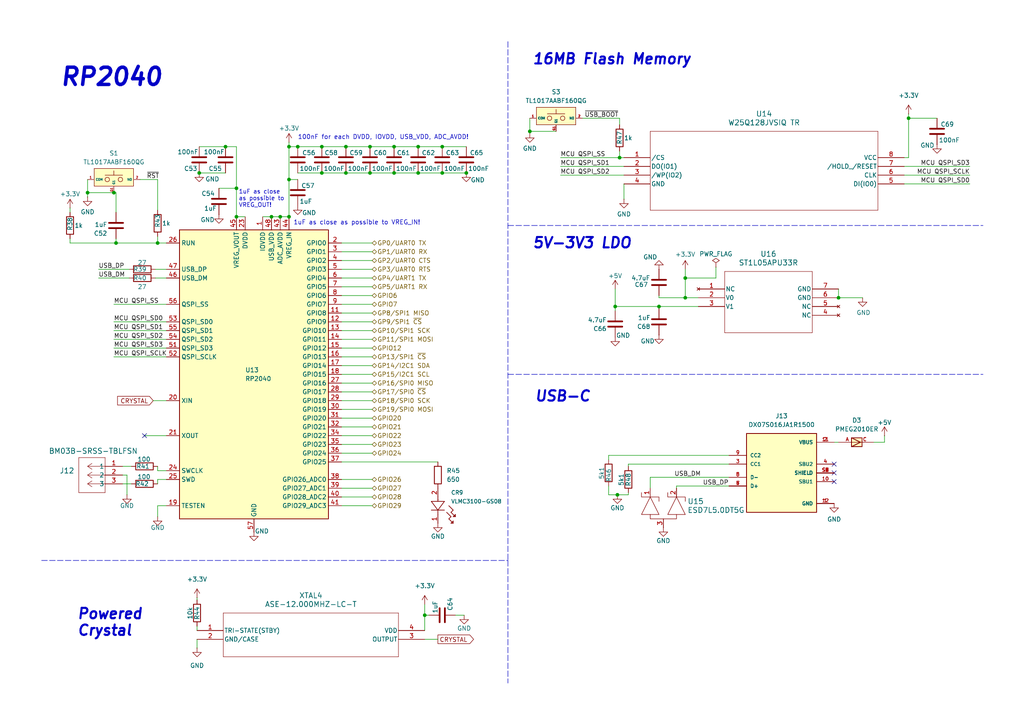
<source format=kicad_sch>
(kicad_sch (version 20231120) (generator "eeschema") (generator_version "8.0")
  (paper "A4")
  (title_block (title "RP2040 Standard") (company "Porto Space Team") (comment 1 "Miguel Amorim"))
  (lib_symbols
    (symbol "16MB_Flash:W25Q128JVSIQ_TR" (pin_names (offset 0.254))
      (property "Reference" "U" (at 40.64 12.7 0))
      (property "Value" "W25Q128JVSIQ TR" (at 40.64 10.16 0))
      (symbol "W25Q128JVSIQ_TR_0_1"
        (pin input line (at 0 0 0) (length 7.62) (name "/CS") (number "1"))
        (pin bidirectional line (at 0 -2.54 0) (length 7.62) (name "DO(IO1)") (number "2"))
        (pin bidirectional line (at 0 -5.08 0) (length 7.62) (name "/WP(IO2)") (number "3"))
        (pin passive line (at 0 -7.62 0) (length 7.62) (name "GND") (number "4"))
        (pin bidirectional line (at 81.28 -7.62 180) (length 7.62) (name "DI(IO0)") (number "5"))
        (pin input line (at 81.28 -5.08 180) (length 7.62) (name "CLK") (number "6"))
        (pin bidirectional line (at 81.28 -2.54 180) (length 7.62) (name "/HOLD_/RESET") (number "7"))
        (pin passive line (at 81.28 0 180) (length 7.62) (name "VCC") (number "8"))
      )
    )
    (symbol "AS12MHz:ASE-12.000MHZ-LC-T" (pin_names (offset 0.254))
      (property "Reference" "XTAL" (at 33.02 10.16 0))
      (property "Value" "ASE-12.000MHZ-LC-T" (at 33.02 7.62 0))
      (symbol "ASE-12.000MHZ-LC-T_0_1"
        (pin passive line (at 0 0 0) (length 7.62) (name "TRI-STATE(STBY)") (number "1"))
        (pin passive line (at 0 -2.54 0) (length 7.62) (name "GND/CASE") (number "2"))
        (pin output line (at 66.04 -2.54 180) (length 7.62) (name "OUTPUT") (number "3"))
        (pin power_in line (at 66.04 0 180) (length 7.62) (name "VDD") (number "4"))
      )
    )
    (symbol "DX07S016JA1R1500:DX07S016JA1R1500" (pin_names (offset 1.016))
      (property "Reference" "J" (at -10.16 11.43 0))
      (property "Value" "DX07S016JA1R1500" (at -10.16 -13.97 0))
      (symbol "DX07S016JA1R1500_0_0"
        (pin power_in line (at 15.24 -10.16 180) (length 5.08) (name "GND") (number "1"))
        (pin passive line (at 15.24 -3.81 180) (length 5.08) (name "SBU1") (number "10"))
        (pin passive line (at 15.24 7.62 180) (length 5.08) (name "VBUS") (number "11"))
        (pin power_in line (at 15.24 -10.16 180) (length 5.08) (name "GND") (number "12"))
        (pin passive line (at 15.24 7.62 180) (length 5.08) (name "VBUS") (number "2"))
        (pin passive line (at -15.24 1.27 0) (length 5.08) (name "CC1") (number "3"))
        (pin passive line (at 15.24 1.27 180) (length 5.08) (name "SBU2") (number "4"))
        (pin passive line (at -15.24 -2.54 0) (length 5.08) (name "D-") (number "5"))
        (pin passive line (at -15.24 -5.08 0) (length 5.08) (name "D+") (number "6"))
        (pin passive line (at -15.24 -5.08 0) (length 5.08) (name "D+") (number "7"))
        (pin passive line (at -15.24 -2.54 0) (length 5.08) (name "D-") (number "8"))
        (pin passive line (at -15.24 3.81 0) (length 5.08) (name "CC2") (number "9"))
        (pin passive line (at 15.24 -1.27 180) (length 5.08) (name "SHIELD") (number "S1"))
        (pin passive line (at 15.24 -1.27 180) (length 5.08) (name "SHIELD") (number "S2"))
        (pin passive line (at 15.24 -1.27 180) (length 5.08) (name "SHIELD") (number "S3"))
        (pin passive line (at 15.24 -1.27 180) (length 5.08) (name "SHIELD") (number "S4"))
        (pin passive line (at 15.24 -1.27 180) (length 5.08) (name "SHIELD") (number "S5"))
        (pin passive line (at 15.24 -1.27 180) (length 5.08) (name "SHIELD") (number "S6"))
      )
    )
    (symbol "Device:C" (pin_numbers hide) (pin_names (offset 0.254))
      (property "Reference" "C" (at 0.635 2.54 0))
      (property "Value" "C" (at 0.635 -2.54 0))
      (symbol "C_1_1"
        (pin passive line (at 0 3.81 270) (length 2.794) (name "~") (number "1"))
        (pin passive line (at 0 -3.81 90) (length 2.794) (name "~") (number "2"))
      )
    )
    (symbol "Device:R" (pin_numbers hide) (pin_names (offset 0))
      (property "Reference" "R" (at 2.032 0 90))
      (property "Value" "R" (at 0 0 90))
      (symbol "R_1_1"
        (pin passive line (at 0 3.81 270) (length 1.27) (name "~") (number "1"))
        (pin passive line (at 0 -3.81 90) (length 1.27) (name "~") (number "2"))
      )
    )
    (symbol "ESD7L5_Diode:ESD7L5.0DT5G" (pin_names (offset 0.254))
      (property "Reference" "U" (at 6.35 15.24 0))
      (property "Value" "ESD7L5.0DT5G" (at 6.35 12.7 0))
      (symbol "ESD7L5.0DT5G_1_1"
        (pin passive line (at 2.54 11.43 270) (length 2.54) (name "") (number "1"))
        (pin passive line (at 10.16 11.43 270) (length 2.54) (name "") (number "2"))
        (pin passive line (at 6.35 0 90) (length 2.54) (name "") (number "3"))
      )
    )
    (symbol "GreenLED__VLMC3100-GS08:VLMC3100-GS08" (pin_names (offset 0.254))
      (property "Reference" "CR" (at 5.08 -4.445 0))
      (property "Value" "VLMC3100-GS08" (at 5.08 -7.62 0))
      (symbol "VLMC3100-GS08_1_1"
        (pin passive line (at 10.16 0 180) (length 2.54) (name "") (number "1"))
        (pin passive line (at 0 0 0) (length 2.54) (name "") (number "2"))
      )
      (symbol "VLMC3100-GS08_1_2"
        (pin passive line (at 0 10.16 270) (length 2.54) (name "") (number "1"))
        (pin passive line (at 0 0 90) (length 2.54) (name "") (number "2"))
      )
    )
    (symbol "LDO_ST1L05A:ST1L05APU33R" (pin_names (offset 0.254))
      (property "Reference" "U" (at 20.32 10.16 0))
      (property "Value" "ST1L05APU33R" (at 20.32 7.62 0))
      (symbol "ST1L05APU33R_0_1"
        (pin no_connect line (at 0 0 0) (length 7.62) (name "NC") (number "1"))
        (pin passive line (at 0 -2.54 0) (length 7.62) (name "V0") (number "2"))
        (pin passive line (at 0 -5.08 0) (length 7.62) (name "V1") (number "3"))
        (pin no_connect line (at 40.64 -7.62 180) (length 7.62) (name "NC") (number "4"))
        (pin no_connect line (at 40.64 -5.08 180) (length 7.62) (name "NC") (number "5"))
        (pin passive line (at 40.64 -2.54 180) (length 7.62) (name "GND") (number "6"))
        (pin passive line (at 40.64 0 180) (length 7.62) (name "GND") (number "7"))
      )
    )
    (symbol "MCU_RaspberryPi:RP2040"
      (property "Reference" "U" (at 17.78 45.72 0))
      (property "Value" "RP2040" (at 17.78 43.18 0))
      (symbol "RP2040_1_1"
        (pin power_in line (at 2.54 45.72 270) (length 3.81) (name "IOVDD") (number "1"))
        (pin passive line (at 2.54 45.72 270) (length 3.81) hide (name "IOVDD") (number "10"))
        (pin bidirectional line (at 25.4 17.78 180) (length 3.81) (name "GPIO8") (number "11"))
        (pin bidirectional line (at 25.4 15.24 180) (length 3.81) (name "GPIO9") (number "12"))
        (pin bidirectional line (at 25.4 12.7 180) (length 3.81) (name "GPIO10") (number "13"))
        (pin bidirectional line (at 25.4 10.16 180) (length 3.81) (name "GPIO11") (number "14"))
        (pin bidirectional line (at 25.4 7.62 180) (length 3.81) (name "GPIO12") (number "15"))
        (pin bidirectional line (at 25.4 5.08 180) (length 3.81) (name "GPIO13") (number "16"))
        (pin bidirectional line (at 25.4 2.54 180) (length 3.81) (name "GPIO14") (number "17"))
        (pin bidirectional line (at 25.4 0 180) (length 3.81) (name "GPIO15") (number "18"))
        (pin input line (at -25.4 -38.1 0) (length 3.81) (name "TESTEN") (number "19"))
        (pin bidirectional line (at 25.4 38.1 180) (length 3.81) (name "GPIO0") (number "2"))
        (pin input line (at -25.4 -7.62 0) (length 3.81) (name "XIN") (number "20"))
        (pin passive line (at -25.4 -17.78 0) (length 3.81) (name "XOUT") (number "21"))
        (pin passive line (at 2.54 45.72 270) (length 3.81) hide (name "IOVDD") (number "22"))
        (pin power_in line (at -2.54 45.72 270) (length 3.81) (name "DVDD") (number "23"))
        (pin input line (at -25.4 -27.94 0) (length 3.81) (name "SWCLK") (number "24"))
        (pin bidirectional line (at -25.4 -30.48 0) (length 3.81) (name "SWD") (number "25"))
        (pin input line (at -25.4 38.1 0) (length 3.81) (name "RUN") (number "26"))
        (pin bidirectional line (at 25.4 -2.54 180) (length 3.81) (name "GPIO16") (number "27"))
        (pin bidirectional line (at 25.4 -5.08 180) (length 3.81) (name "GPIO17") (number "28"))
        (pin bidirectional line (at 25.4 -7.62 180) (length 3.81) (name "GPIO18") (number "29"))
        (pin bidirectional line (at 25.4 35.56 180) (length 3.81) (name "GPIO1") (number "3"))
        (pin bidirectional line (at 25.4 -10.16 180) (length 3.81) (name "GPIO19") (number "30"))
        (pin bidirectional line (at 25.4 -12.7 180) (length 3.81) (name "GPIO20") (number "31"))
        (pin bidirectional line (at 25.4 -15.24 180) (length 3.81) (name "GPIO21") (number "32"))
        (pin passive line (at 2.54 45.72 270) (length 3.81) hide (name "IOVDD") (number "33"))
        (pin bidirectional line (at 25.4 -17.78 180) (length 3.81) (name "GPIO22") (number "34"))
        (pin bidirectional line (at 25.4 -20.32 180) (length 3.81) (name "GPIO23") (number "35"))
        (pin bidirectional line (at 25.4 -22.86 180) (length 3.81) (name "GPIO24") (number "36"))
        (pin bidirectional line (at 25.4 -25.4 180) (length 3.81) (name "GPIO25") (number "37"))
        (pin bidirectional line (at 25.4 -30.48 180) (length 3.81) (name "GPIO26_ADC0") (number "38"))
        (pin bidirectional line (at 25.4 -33.02 180) (length 3.81) (name "GPIO27_ADC1") (number "39"))
        (pin bidirectional line (at 25.4 33.02 180) (length 3.81) (name "GPIO2") (number "4"))
        (pin bidirectional line (at 25.4 -35.56 180) (length 3.81) (name "GPIO28_ADC2") (number "40"))
        (pin bidirectional line (at 25.4 -38.1 180) (length 3.81) (name "GPIO29_ADC3") (number "41"))
        (pin passive line (at 2.54 45.72 270) (length 3.81) hide (name "IOVDD") (number "42"))
        (pin power_in line (at 7.62 45.72 270) (length 3.81) (name "ADC_AVDD") (number "43"))
        (pin power_in line (at 10.16 45.72 270) (length 3.81) (name "VREG_IN") (number "44"))
        (pin power_out line (at -5.08 45.72 270) (length 3.81) (name "VREG_VOUT") (number "45"))
        (pin bidirectional line (at -25.4 27.94 0) (length 3.81) (name "USB_DM") (number "46"))
        (pin bidirectional line (at -25.4 30.48 0) (length 3.81) (name "USB_DP") (number "47"))
        (pin power_in line (at 5.08 45.72 270) (length 3.81) (name "USB_VDD") (number "48"))
        (pin passive line (at 2.54 45.72 270) (length 3.81) hide (name "IOVDD") (number "49"))
        (pin bidirectional line (at 25.4 30.48 180) (length 3.81) (name "GPIO3") (number "5"))
        (pin passive line (at -2.54 45.72 270) (length 3.81) hide (name "DVDD") (number "50"))
        (pin bidirectional line (at -25.4 7.62 0) (length 3.81) (name "QSPI_SD3") (number "51"))
        (pin output line (at -25.4 5.08 0) (length 3.81) (name "QSPI_SCLK") (number "52"))
        (pin bidirectional line (at -25.4 15.24 0) (length 3.81) (name "QSPI_SD0") (number "53"))
        (pin bidirectional line (at -25.4 10.16 0) (length 3.81) (name "QSPI_SD2") (number "54"))
        (pin bidirectional line (at -25.4 12.7 0) (length 3.81) (name "QSPI_SD1") (number "55"))
        (pin bidirectional line (at -25.4 20.32 0) (length 3.81) (name "QSPI_SS") (number "56"))
        (pin power_in line (at 0 -45.72 90) (length 3.81) (name "GND") (number "57"))
        (pin bidirectional line (at 25.4 27.94 180) (length 3.81) (name "GPIO4") (number "6"))
        (pin bidirectional line (at 25.4 25.4 180) (length 3.81) (name "GPIO5") (number "7"))
        (pin bidirectional line (at 25.4 22.86 180) (length 3.81) (name "GPIO6") (number "8"))
        (pin bidirectional line (at 25.4 20.32 180) (length 3.81) (name "GPIO7") (number "9"))
      )
    )
    (symbol "PMEG2010ER:PMEG2010ER" (pin_names (offset 1.016))
      (property "Reference" "D" (at -3.8116 1.7534 0))
      (property "Value" "PMEG2010ER" (at -3.816 -3.5871 0))
      (symbol "PMEG2010ER_0_0"
        (pin passive line (at -5.08 0 0) (length 5.08) (name "~") (number "A"))
        (pin passive line (at 5.08 0 180) (length 5.08) (name "~") (number "C"))
      )
    )
    (symbol "SWD_Con:BM03B-SRSS-TBLFSN" (pin_names (offset 0.254))
      (property "Reference" "J" (at 8.89 6.35 0))
      (property "Value" "BM03B-SRSS-TBLFSN" (at 0 0 0))
      (symbol "BM03B-SRSS-TBLFSN_1_1"
        (pin passive line (at 0 0 0) (length 5.08) (name "1") (number "1"))
        (pin passive line (at 0 -2.54 0) (length 5.08) (name "2") (number "2"))
        (pin passive line (at 0 -5.08 0) (length 5.08) (name "3") (number "3"))
      )
      (symbol "BM03B-SRSS-TBLFSN_1_2"
        (pin passive line (at 0 0 0) (length 5.08) (name "1") (number "1"))
        (pin passive line (at 0 -2.54 0) (length 5.08) (name "2") (number "2"))
        (pin passive line (at 0 -5.08 0) (length 5.08) (name "3") (number "3"))
      )
    )
    (symbol "TL1017AABF160QG:TL1017AABF160QG"
      (property "Reference" "S" (at 0.762 14.732 0))
      (property "Value" "TL1017AABF160QG" (at 0.762 12.192 0))
      (symbol "TL1017AABF160QG_1_1"
        (pin passive line (at 1.27 3.81 0) (length 1.778) (name "COM") (number "1"))
        (pin passive line (at 16.51 3.81 180) (length 1.778) (name "NO") (number "2"))
        (pin passive line (at 8.89 0 90) (length 1.778) (name "G1") (number "G1"))
      )
    )
    (symbol "power:+3.3V" (power) (pin_numbers hide) (pin_names (offset 0) hide)
      (property "Value" "+3.3V" (at 0 3.556 0))
      (symbol "+3.3V_1_1"
        (pin power_in line (at 0 0 90) (length 0) (name "~") (number "1"))
      )
    )
    (symbol "power:+5V" (power) (pin_numbers hide) (pin_names (offset 0) hide)
      (property "Value" "+5V" (at 0 3.556 0))
      (symbol "+5V_1_1"
        (pin power_in line (at 0 0 90) (length 0) (name "~") (number "1"))
      )
    )
    (symbol "power:GND" (power) (pin_numbers hide) (pin_names (offset 0) hide)
      (property "Value" "GND" (at 0 -3.81 0))
      (symbol "GND_1_1"
        (pin power_in line (at 0 0 270) (length 0) (name "~") (number "1"))
      )
    )
    (symbol "power:PWR_FLAG" (power) (pin_numbers hide) (pin_names (offset 0) hide)
      (property "Value" "PWR_FLAG" (at 0 3.81 0))
      (symbol "PWR_FLAG_0_0"
        (pin power_out line (at 0 0 90) (length 0) (name "~") (number "1"))
      )
    )
  )
  (junction (at 243.205 86.36))
  (junction (at 83.82 62.865))
  (junction (at 128.27 50.165))
  (junction (at 83.82 42.545))
  (junction (at 25.4 55.88))
  (junction (at 198.755 86.36))
  (junction (at 114.3 50.165))
  (junction (at 93.345 50.165))
  (junction (at 153.67 38.1))
  (junction (at 68.58 62.865))
  (junction (at 191.135 88.9))
  (junction (at 107.315 50.165))
  (junction (at 83.82 52.07))
  (junction (at 65.405 42.545))
  (junction (at 107.315 42.545))
  (junction (at 198.755 80.645))
  (junction (at 179.705 45.72))
  (junction (at 100.33 42.545))
  (junction (at 121.285 50.165))
  (junction (at 123.19 178.435))
  (junction (at 114.3 42.545))
  (junction (at 86.36 42.545))
  (junction (at 121.285 42.545))
  (junction (at 81.28 62.865))
  (junction (at 135.255 50.165))
  (junction (at 179.07 143.51))
  (junction (at 93.345 42.545))
  (junction (at 33.655 70.485))
  (junction (at 68.58 54.61))
  (junction (at 100.33 50.165))
  (junction (at 128.27 42.545))
  (junction (at 45.72 70.485))
  (junction (at 78.74 62.865))
  (junction (at 178.435 88.9))
  (junction (at 57.785 50.165))
  (junction (at 263.525 34.29))
  (junction (at 33.02 55.88))
  (no_connect (at 241.935 137.16))
  (no_connect (at 41.91 126.365))
  (no_connect (at 241.935 134.62))
  (no_connect (at 241.935 139.7))
  (polyline (pts (xy 12.065 162.56) (xy 147.32 162.56)) (stroke (width 0) (type dash)))
  (wire (pts (xy 263.525 34.29) (xy 271.78 34.29)))
  (wire (pts (xy 57.15 173.355) (xy 57.15 173.99)))
  (wire (pts (xy 45.72 146.685) (xy 48.26 146.685)))
  (wire (pts (xy 99.06 113.665) (xy 107.95 113.665)))
  (wire (pts (xy 93.345 50.165) (xy 100.33 50.165)))
  (wire (pts (xy 99.06 93.345) (xy 107.95 93.345)))
  (wire (pts (xy 99.06 73.025) (xy 107.95 73.025)))
  (wire (pts (xy 99.06 108.585) (xy 107.95 108.585)))
  (wire (pts (xy 198.755 78.105) (xy 198.755 80.645)))
  (wire (pts (xy 107.315 42.545) (xy 100.33 42.545)))
  (wire (pts (xy 114.3 42.545) (xy 107.315 42.545)))
  (wire (pts (xy 99.06 139.065) (xy 107.95 139.065)))
  (wire (pts (xy 99.06 128.905) (xy 107.95 128.905)))
  (wire (pts (xy 99.06 70.485) (xy 107.95 70.485)))
  (wire (pts (xy 33.655 70.485) (xy 33.655 69.215)))
  (wire (pts (xy 45.72 136.525) (xy 45.72 135.255)))
  (wire (pts (xy 241.935 128.27) (xy 243.205 128.27)))
  (wire (pts (xy 243.205 86.36) (xy 250.19 86.36)))
  (wire (pts (xy 45.72 68.58) (xy 45.72 70.485)))
  (wire (pts (xy 86.36 42.545) (xy 83.82 42.545)))
  (wire (pts (xy 153.67 34.29) (xy 153.67 38.1)))
  (wire (pts (xy 76.2 62.865) (xy 78.74 62.865)))
  (wire (pts (xy 99.06 85.725) (xy 107.95 85.725)))
  (wire (pts (xy 44.45 116.205) (xy 48.26 116.205)))
  (wire (pts (xy 179.705 45.72) (xy 180.975 45.72)))
  (wire (pts (xy 121.285 42.545) (xy 114.3 42.545)))
  (wire (pts (xy 41.91 126.365) (xy 48.26 126.365)))
  (wire (pts (xy 256.54 128.27) (xy 253.365 128.27)))
  (polyline (pts (xy 147.32 108.585) (xy 285.115 108.585)) (stroke (width 0) (type dash)))
  (wire (pts (xy 99.06 78.105) (xy 107.95 78.105)))
  (wire (pts (xy 132.08 178.435) (xy 134.62 178.435)))
  (wire (pts (xy 262.255 48.26) (xy 281.305 48.26)))
  (wire (pts (xy 99.06 121.285) (xy 107.95 121.285)))
  (wire (pts (xy 99.06 111.125) (xy 107.95 111.125)))
  (wire (pts (xy 99.06 146.685) (xy 107.95 146.685)))
  (wire (pts (xy 196.215 140.97) (xy 211.455 140.97)))
  (wire (pts (xy 63.5 54.61) (xy 68.58 54.61)))
  (wire (pts (xy 178.435 83.82) (xy 178.435 88.9)))
  (wire (pts (xy 83.82 52.07) (xy 83.82 62.865)))
  (wire (pts (xy 176.53 132.08) (xy 211.455 132.08)))
  (wire (pts (xy 198.755 80.645) (xy 198.755 86.36)))
  (wire (pts (xy 45.085 80.645) (xy 48.26 80.645)))
  (wire (pts (xy 83.82 52.07) (xy 86.36 52.07)))
  (wire (pts (xy 168.91 34.29) (xy 179.705 34.29)))
  (wire (pts (xy 78.74 62.865) (xy 81.28 62.865)))
  (wire (pts (xy 99.06 80.645) (xy 107.95 80.645)))
  (wire (pts (xy 188.595 138.43) (xy 188.595 141.605)))
  (wire (pts (xy 20.32 70.485) (xy 20.32 69.215)))
  (wire (pts (xy 176.53 143.51) (xy 176.53 140.97)))
  (polyline (pts (xy 147.32 65.405) (xy 285.115 65.405)) (stroke (width 0) (type dash)))
  (wire (pts (xy 33.655 55.88) (xy 33.655 61.595)))
  (wire (pts (xy 211.455 134.62) (xy 182.245 134.62)))
  (wire (pts (xy 262.255 45.72) (xy 263.525 45.72)))
  (wire (pts (xy 28.575 80.645) (xy 37.465 80.645)))
  (wire (pts (xy 128.27 42.545) (xy 121.285 42.545)))
  (wire (pts (xy 93.345 42.545) (xy 86.36 42.545)))
  (wire (pts (xy 33.02 93.345) (xy 48.26 93.345)))
  (wire (pts (xy 83.82 42.545) (xy 83.82 52.07)))
  (wire (pts (xy 191.135 85.725) (xy 191.135 86.36)))
  (wire (pts (xy 35.56 137.795) (xy 36.83 137.795)))
  (wire (pts (xy 198.755 86.36) (xy 202.565 86.36)))
  (wire (pts (xy 68.58 54.61) (xy 68.58 42.545)))
  (wire (pts (xy 179.705 34.29) (xy 179.705 36.195)))
  (wire (pts (xy 25.4 55.88) (xy 25.4 57.15)))
  (wire (pts (xy 182.245 143.51) (xy 179.07 143.51)))
  (wire (pts (xy 114.3 50.165) (xy 121.285 50.165)))
  (wire (pts (xy 33.02 98.425) (xy 48.26 98.425)))
  (wire (pts (xy 153.67 38.1) (xy 153.67 38.735)))
  (wire (pts (xy 99.06 116.205) (xy 107.95 116.205)))
  (wire (pts (xy 128.27 42.545) (xy 135.255 42.545)))
  (wire (pts (xy 33.02 103.505) (xy 48.26 103.505)))
  (wire (pts (xy 33.02 88.265) (xy 48.26 88.265)))
  (wire (pts (xy 180.975 50.8) (xy 162.56 50.8)))
  (wire (pts (xy 99.06 118.745) (xy 107.95 118.745)))
  (wire (pts (xy 123.19 178.435) (xy 124.46 178.435)))
  (wire (pts (xy 45.72 70.485) (xy 48.26 70.485)))
  (wire (pts (xy 182.245 134.62) (xy 182.245 135.255)))
  (wire (pts (xy 179.07 143.51) (xy 176.53 143.51)))
  (wire (pts (xy 57.15 181.61) (xy 57.15 182.88)))
  (wire (pts (xy 99.06 123.825) (xy 107.95 123.825)))
  (wire (pts (xy 191.135 88.9) (xy 202.565 88.9)))
  (wire (pts (xy 188.595 138.43) (xy 211.455 138.43)))
  (wire (pts (xy 121.285 50.165) (xy 128.27 50.165)))
  (wire (pts (xy 57.15 185.42) (xy 57.15 187.96)))
  (wire (pts (xy 35.56 135.255) (xy 38.1 135.255)))
  (wire (pts (xy 198.755 80.645) (xy 207.645 80.645)))
  (wire (pts (xy 99.06 90.805) (xy 107.95 90.805)))
  (wire (pts (xy 99.06 133.985) (xy 127 133.985)))
  (wire (pts (xy 196.215 140.97) (xy 196.215 141.605)))
  (wire (pts (xy 45.72 149.86) (xy 45.72 146.685)))
  (polyline (pts (xy 147.32 12.065) (xy 147.32 162.56)) (stroke (width 0) (type dash)))
  (wire (pts (xy 191.135 86.36) (xy 198.755 86.36)))
  (wire (pts (xy 33.655 70.485) (xy 20.32 70.485)))
  (wire (pts (xy 178.435 88.9) (xy 178.435 90.17)))
  (wire (pts (xy 99.06 106.045) (xy 107.95 106.045)))
  (wire (pts (xy 83.82 41.275) (xy 83.82 42.545)))
  (wire (pts (xy 25.4 52.07) (xy 25.4 55.88)))
  (wire (pts (xy 28.575 78.105) (xy 37.465 78.105)))
  (wire (pts (xy 182.245 143.51) (xy 182.245 142.875)))
  (wire (pts (xy 180.975 48.26) (xy 162.56 48.26)))
  (wire (pts (xy 86.36 50.165) (xy 93.345 50.165)))
  (wire (pts (xy 99.06 141.605) (xy 107.95 141.605)))
  (wire (pts (xy 179.705 43.815) (xy 179.705 45.72)))
  (wire (pts (xy 99.06 83.185) (xy 107.95 83.185)))
  (wire (pts (xy 100.33 42.545) (xy 93.345 42.545)))
  (wire (pts (xy 262.255 53.34) (xy 281.305 53.34)))
  (wire (pts (xy 45.72 140.335) (xy 45.72 139.065)))
  (wire (pts (xy 176.53 133.35) (xy 176.53 132.08)))
  (wire (pts (xy 33.02 95.885) (xy 48.26 95.885)))
  (wire (pts (xy 33.655 70.485) (xy 45.72 70.485)))
  (wire (pts (xy 68.58 54.61) (xy 68.58 62.865)))
  (wire (pts (xy 178.435 88.9) (xy 191.135 88.9)))
  (wire (pts (xy 45.085 78.105) (xy 48.26 78.105)))
  (wire (pts (xy 207.645 80.645) (xy 207.645 77.47)))
  (wire (pts (xy 45.72 139.065) (xy 48.26 139.065)))
  (wire (pts (xy 263.525 34.29) (xy 263.525 33.02)))
  (wire (pts (xy 99.06 103.505) (xy 107.95 103.505)))
  (wire (pts (xy 123.19 185.42) (xy 127 185.42)))
  (wire (pts (xy 99.06 100.965) (xy 107.95 100.965)))
  (wire (pts (xy 68.58 62.865) (xy 71.12 62.865)))
  (wire (pts (xy 262.255 50.8) (xy 281.305 50.8)))
  (wire (pts (xy 128.27 50.165) (xy 135.255 50.165)))
  (wire (pts (xy 99.06 126.365) (xy 107.95 126.365)))
  (polyline (pts (xy 147.32 162.56) (xy 147.32 198.12)) (stroke (width 0) (type dash)))
  (wire (pts (xy 99.06 88.265) (xy 107.95 88.265)))
  (wire (pts (xy 81.28 62.865) (xy 83.82 62.865)))
  (wire (pts (xy 107.315 50.165) (xy 114.3 50.165)))
  (wire (pts (xy 191.135 89.535) (xy 191.135 88.9)))
  (wire (pts (xy 123.19 175.26) (xy 123.19 178.435)))
  (wire (pts (xy 243.205 83.82) (xy 243.205 86.36)))
  (wire (pts (xy 57.785 42.545) (xy 65.405 42.545)))
  (wire (pts (xy 99.06 98.425) (xy 107.95 98.425)))
  (wire (pts (xy 68.58 42.545) (xy 65.405 42.545)))
  (wire (pts (xy 35.56 140.335) (xy 38.1 140.335)))
  (wire (pts (xy 99.06 131.445) (xy 107.95 131.445)))
  (wire (pts (xy 33.02 100.965) (xy 48.26 100.965)))
  (wire (pts (xy 20.32 60.325) (xy 20.32 61.595)))
  (wire (pts (xy 40.64 52.07) (xy 45.72 52.07)))
  (wire (pts (xy 99.06 75.565) (xy 107.95 75.565)))
  (wire (pts (xy 180.975 53.34) (xy 180.975 57.785)))
  (wire (pts (xy 33.655 55.88) (xy 33.02 55.88)))
  (wire (pts (xy 153.67 38.1) (xy 161.29 38.1)))
  (wire (pts (xy 36.83 137.795) (xy 36.83 143.51)))
  (wire (pts (xy 99.06 95.885) (xy 107.95 95.885)))
  (wire (pts (xy 162.56 45.72) (xy 179.705 45.72)))
  (wire (pts (xy 100.33 50.165) (xy 107.315 50.165)))
  (wire (pts (xy 123.19 178.435) (xy 123.19 182.88)))
  (wire (pts (xy 45.72 52.07) (xy 45.72 60.96)))
  (wire (pts (xy 99.06 144.145) (xy 107.95 144.145)))
  (wire (pts (xy 45.72 136.525) (xy 48.26 136.525)))
  (wire (pts (xy 263.525 45.72) (xy 263.525 34.29)))
  (wire (pts (xy 57.785 50.165) (xy 65.405 50.165)))
  (wire (pts (xy 33.02 55.88) (xy 25.4 55.88)))
  (wire (pts (xy 256.54 126.365) (xy 256.54 128.27)))
  (text "Powered\nCrystal" (at 22.225 184.785 0) (effects (font (size 3 3) (bold yes) (italic yes)) (justify left bottom)))
  (text "USB-C" (at 154.94 116.84 0) (effects (font (size 3 3) (bold yes) (italic yes)) (justify left bottom)))
  (text "16MB Flash Memory" (at 154.305 19.05 0) (effects (font (size 3 3) (bold yes) (italic yes)) (justify left bottom)))
  (text "1uF as close \nas possible to \nVREG_OUT!" (at 69.215 60.325 0) (effects (font (size 1.2 1.2)) (justify left bottom)))
  (text "1uF as close as possible to VREG_IN!" (at 85.09 65.405 0) (effects (font (size 1.27 1.27)) (justify left bottom)))
  (text "RP2040" (at 17.145 25.4 0) (effects (font (size 5 5) (thickness 1) (bold yes) (italic yes)) (justify left bottom)))
  (text "5V-3V3 LDO" (at 154.305 72.39 0) (effects (font (size 3 3) (bold yes) (italic yes)) (justify left bottom)))
  (text "100nF for each DVDD, IOVDD, USB_VDD, ADC_AVDD!" (at 86.36 40.64 0) (effects (font (size 1.27 1.27)) (justify left bottom)))
  (label "MCU QSPI_SS" (at 162.56 45.72 0))
  (label "MCU QSPI_SD1" (at 162.56 48.26 0))
  (label "USB_DP" (at 203.835 140.97 0))
  (label "USB_DM" (at 28.575 80.645 0))
  (label "USB_DP" (at 28.575 78.105 0))
  (label "MCU QSPI_SCLK" (at 33.02 103.505 0))
  (label "MCU QSPI_SD0" (at 33.02 93.345 0))
  (label "MCU QSPI_SCLK" (at 281.305 50.8 180))
  (label "MCU QSPI_SD3" (at 281.305 48.26 180))
  (label "~{USB_BOOT}" (at 169.545 34.29 0))
  (label "MCU QSPI_SD1" (at 33.02 95.885 0))
  (label "~{RST}" (at 42.545 52.07 0))
  (label "MCU QSPI_SD3" (at 33.02 100.965 0))
  (label "MCU QSPI_SD0" (at 281.305 53.34 180))
  (label "MCU QSPI_SD2" (at 33.02 98.425 0))
  (label "USB_DM" (at 195.58 138.43 0))
  (label "MCU QSPI_SS" (at 33.02 88.265 0))
  (label "MCU QSPI_SD2" (at 162.56 50.8 0))
  (global_label "CRYSTAL" (shape input) (at 44.45 116.205 180) (property "Intersheetrefs" "${INTERSHEET_REFS}" (effects (hide yes))))
  (global_label "CRYSTAL" (shape output) (at 127 185.42 0) (property "Intersheetrefs" "${INTERSHEET_REFS}" (effects (hide yes))))
  (hierarchical_label "GPIO22" (shape bidirectional) (at 107.95 126.365 0))
  (hierarchical_label "GPIO12" (shape bidirectional) (at 107.95 100.965 0))
  (hierarchical_label "GP2{slash}UART0 CTS" (shape bidirectional) (at 107.95 75.565 0))
  (hierarchical_label "GPIO24" (shape bidirectional) (at 107.95 131.445 0))
  (hierarchical_label "GPIO20" (shape bidirectional) (at 107.95 121.285 0))
  (hierarchical_label "GP18{slash}SPI0 SCK" (shape bidirectional) (at 107.95 116.205 0))
  (hierarchical_label "GP9{slash}SPI1 ~{CS}" (shape bidirectional) (at 107.95 93.345 0))
  (hierarchical_label "GP11{slash}SPI1 MOSI" (shape bidirectional) (at 107.95 98.425 0))
  (hierarchical_label "GP0{slash}UART0 TX" (shape bidirectional) (at 107.95 70.485 0))
  (hierarchical_label "GP3{slash}UART0 RTS" (shape bidirectional) (at 107.95 78.105 0))
  (hierarchical_label "GP10{slash}SPI1 SCK" (shape bidirectional) (at 107.95 95.885 0))
  (hierarchical_label "GP14{slash}I2C1 SDA" (shape bidirectional) (at 107.95 106.045 0))
  (hierarchical_label "GP13{slash}SPI1 ~{CS}" (shape bidirectional) (at 107.95 103.505 0))
  (hierarchical_label "GP19{slash}SPI0 MOSI" (shape bidirectional) (at 107.95 118.745 0))
  (hierarchical_label "GP1{slash}UART0 RX" (shape bidirectional) (at 107.95 73.025 0))
  (hierarchical_label "GPIO29" (shape bidirectional) (at 107.95 146.685 0))
  (hierarchical_label "GPIO6" (shape bidirectional) (at 107.95 85.725 0))
  (hierarchical_label "GPIO21" (shape bidirectional) (at 107.95 123.825 0))
  (hierarchical_label "GP16{slash}SPI0 MISO" (shape bidirectional) (at 107.95 111.125 0))
  (hierarchical_label "GPIO27" (shape bidirectional) (at 107.95 141.605 0))
  (hierarchical_label "GP17{slash}SPI0 ~{CS}" (shape bidirectional) (at 107.95 113.665 0))
  (hierarchical_label "GPIO7" (shape bidirectional) (at 107.95 88.265 0))
  (hierarchical_label "GP4{slash}UART1 TX" (shape bidirectional) (at 107.95 80.645 0))
  (hierarchical_label "GP15{slash}I2C1 SCL" (shape bidirectional) (at 107.95 108.585 0))
  (hierarchical_label "GPIO23" (shape bidirectional) (at 107.95 128.905 0))
  (hierarchical_label "GP5{slash}UART1 RX" (shape bidirectional) (at 107.95 83.185 0))
  (hierarchical_label "GPIO26" (shape bidirectional) (at 107.95 139.065 0))
  (hierarchical_label "GP8{slash}SPI1 MISO" (shape bidirectional) (at 107.95 90.805 0))
  (hierarchical_label "GPIO28" (shape bidirectional) (at 107.95 144.145 0))
  (symbol (lib_id "Device:C") (at 86.36 55.88 0) (unit 1)
    (property "Reference" "C57" (at 87.376 53.848 0) (effects (justify left)))
    (property "Value" "1uF" (at 86.868 58.42 0) (effects (justify left)))
    (property "Footprint" "Capacitor_0402:Capacitor_0402" (effects (hide yes)))
    (property "Description" "Unpolarized capacitor" (effects (hide yes)))
  )
  (symbol (lib_id "Device:C") (at 128.27 178.435 90) (unit 1)
    (property "Reference" "C64" (at 130.556 177.165 0) (effects (justify left)))
    (property "Value" "1uF" (at 126.238 177.927 0) (effects (justify left)))
    (property "Footprint" "Capacitor_0402:Capacitor_0402" (effects (hide yes)))
    (property "Description" "Unpolarized capacitor" (effects (hide yes)))
  )
  (symbol (lib_id "Device:C") (at 178.435 93.98 180) (unit 1)
    (property "Reference" "C66" (at 175.9712 95.3516 0) (effects (justify left)))
    (property "Value" "4.7uF" (at 175.9712 92.8116 0) (effects (justify left)))
    (property "Footprint" "C_4uF7_0402:C_4uF7_0402" (effects (hide yes)))
    (property "Description" "Unpolarized capacitor" (effects (hide yes)))
  )
  (symbol (lib_id "power:GND") (at 191.135 97.155 0) (unit 1)
    (property "Reference" "#PWR0115" (effects (hide yes)))
    (property "Value" "GND" (at 187.833 98.933 0))
    (property "Description" "Power symbol creates a global label with name \"GND\" , ground" (effects (hide yes)))
  )
  (symbol (lib_id "power:GND") (at 191.135 78.105 0) (mirror x) (unit 1)
    (property "Reference" "#PWR0114" (effects (hide yes)))
    (property "Value" "GND" (at 188.595 74.549 0))
    (property "Description" "Power symbol creates a global label with name \"GND\" , ground" (effects (hide yes)))
  )
  (symbol (lib_id "power:+3.3V") (at 123.19 175.26 0) (unit 1)
    (property "Reference" "#PWR0106" (effects (hide yes)))
    (property "Value" "+3.3V" (at 123.19 169.926 0))
    (property "Description" "Power symbol creates a global label with name \"+3.3V\"" (effects (hide yes)))
  )
  (symbol (lib_id "power:GND") (at 73.66 154.305 0) (unit 1)
    (property "Reference" "#PWR0103" (effects (hide yes)))
    (property "Value" "GND" (at 75.946 154.051 0))
    (property "Description" "Power symbol creates a global label with name \"GND\" , ground" (effects (hide yes)))
  )
  (symbol (lib_id "power:GND") (at 178.435 97.79 0) (unit 1)
    (property "Reference" "#PWR0111" (effects (hide yes)))
    (property "Value" "GND" (at 180.721 97.282 0))
    (property "Description" "Power symbol creates a global label with name \"GND\" , ground" (effects (hide yes)))
  )
  (symbol (lib_id "power:PWR_FLAG") (at 207.645 77.47 0) (unit 1)
    (property "Reference" "#FLG06" (effects (hide yes)))
    (property "Value" "PWR_FLAG" (at 207.645 73.66 0))
    (property "Description" "Special symbol for telling ERC where power comes from" (effects (hide yes)))
  )
  (symbol (lib_id "Device:C") (at 128.27 46.355 0) (unit 1)
    (property "Reference" "C63" (at 129.286 44.323 0) (effects (justify left)))
    (property "Value" "100nF" (at 128.778 48.895 0) (effects (justify left)))
    (property "Footprint" "Capacitor_0402:Capacitor_0402" (effects (hide yes)))
    (property "Description" "Unpolarized capacitor" (effects (hide yes)))
  )
  (symbol (lib_id "Device:R") (at 45.72 64.77 0) (unit 1)
    (property "Reference" "R43" (at 45.72 66.04 90) (effects (justify left)))
    (property "Value" "1k" (at 46.99 64.77 0) (effects (justify left)))
    (property "Footprint" "RES_0402:RES_0402" (effects (hide yes)))
    (property "Description" "Resistor" (effects (hide yes)))
  )
  (symbol (lib_id "Device:C") (at 100.33 46.355 0) (unit 1)
    (property "Reference" "C59" (at 101.346 44.323 0) (effects (justify left)))
    (property "Value" "100nF" (at 100.838 48.895 0) (effects (justify left)))
    (property "Footprint" "Capacitor_0402:Capacitor_0402" (effects (hide yes)))
    (property "Description" "Unpolarized capacitor" (effects (hide yes)))
  )
  (symbol (lib_id "Device:R") (at 41.275 78.105 90) (unit 1)
    (property "Reference" "R39" (at 42.545 78.105 90) (effects (justify left)))
    (property "Value" "27" (at 42.545 76.2 90) (effects (justify left)))
    (property "Footprint" "RES_R0603_27:RES_R0603_27" (effects (hide yes)))
    (property "Description" "Resistor" (effects (hide yes)))
  )
  (symbol (lib_id "Device:C") (at 121.285 46.355 0) (unit 1)
    (property "Reference" "C62" (at 122.301 44.323 0) (effects (justify left)))
    (property "Value" "100nF" (at 121.793 48.895 0) (effects (justify left)))
    (property "Footprint" "Capacitor_0402:Capacitor_0402" (effects (hide yes)))
    (property "Description" "Unpolarized capacitor" (effects (hide yes)))
  )
  (symbol (lib_id "Device:R") (at 182.245 139.065 0) (mirror x) (unit 1)
    (property "Reference" "R48" (at 182.245 137.16 90) (effects (justify left)))
    (property "Value" "5k1" (at 180.213 137.287 90) (effects (justify left)))
    (property "Footprint" "R_0805_5K1:R_0805_5K1" (effects (hide yes)))
    (property "Description" "Resistor" (effects (hide yes)))
  )
  (symbol (lib_id "Device:C") (at 86.36 46.355 0) (unit 1)
    (property "Reference" "C56" (at 87.63 44.323 0) (effects (justify left)))
    (property "Value" "100nF" (at 86.868 48.895 0) (effects (justify left)))
    (property "Footprint" "Capacitor_0402:Capacitor_0402" (effects (hide yes)))
    (property "Description" "Unpolarized capacitor" (effects (hide yes)))
  )
  (symbol (lib_id "GreenLED__VLMC3100-GS08:VLMC3100-GS08") (at 127 141.605 270) (unit 1)
    (property "Reference" "CR9" (at 130.81 142.875 90) (effects (font (size 1.143 1.143)) (justify left)))
    (property "Value" "VLMC3100-GS08" (at 130.81 145.415 90) (effects (font (size 1.143 1.143)) (justify left)))
    (property "Footprint" "LED_PLCC_VSMB" (effects (hide yes)))
    (property "Datasheet" "VLMC3100-GS08" (effects (hide yes)))
  )
  (symbol (lib_id "Device:R") (at 179.705 40.005 0) (unit 1)
    (property "Reference" "R47" (at 179.705 41.91 90) (effects (justify left)))
    (property "Value" "1k" (at 180.975 40.005 0) (effects (justify left)))
    (property "Footprint" "RES_0402:RES_0402" (effects (hide yes)))
    (property "Description" "Resistor" (effects (hide yes)))
  )
  (symbol (lib_id "ESD7L5_Diode:ESD7L5.0DT5G") (at 186.055 153.035 0) (unit 1)
    (property "Reference" "U15" (at 199.39 145.4149 0) (effects (font (size 1.524 1.524)) (justify left)))
    (property "Value" "ESD7L5.0DT5G" (at 199.39 147.9549 0) (effects (font (size 1.524 1.524)) (justify left)))
    (property "Footprint" "SOT-723_0P85X1P25_ONS" (effects (hide yes)))
    (property "Datasheet" "ESD7L5.0DT5G" (effects (hide yes)))
  )
  (symbol (lib_id "DX07S016JA1R1500:DX07S016JA1R1500") (at 226.695 135.89 0) (unit 1)
    (property "Reference" "J13" (at 226.695 120.65 0))
    (property "Value" "DX07S016JA1R1500" (at 226.695 123.19 0))
    (property "Footprint" "DX07S016JA1R1500:JAE_DX07S016JA1R1500" (effects (hide yes)))
    (property "MF" "JAE Electronics" (effects (hide yes)))
    (property "MAXIMUM_PACKAGE_HEIGHT" "3.31 mm" (effects (hide yes)))
    (property "Package" "None" (effects (hide yes)))
    (property "Price" "None" (effects (hide yes)))
    (property "Check_prices" "https://www.snapeda.com/parts/DX07S016JA1R1500/JAE+Electronics/view-part/?ref=eda" (effects (hide yes)))
    (property "STANDARD" "Manufacturer Recommendations" (effects (hide yes)))
    (property "PARTREV" "1" (effects (hide yes)))
    (property "SnapEDA_Link" "https://www.snapeda.com/parts/DX07S016JA1R1500/JAE+Electronics/view-part/?ref=snap" (effects (hide yes)))
    (property "MP" "DX07S016JA1R1500" (effects (hide yes)))
    (property "Description_1" "\n                        \n                            USB-C (USB TYPE-C) USB 2.0 Receptacle Connector 24 (16+8 Dummy) Position Surface Mount, Right Angle; Through Hole\n                        \n" (effects (hide yes)))
    (property "Availability" "In Stock" (effects (hide yes)))
    (property "MANUFACTURER" "JAE Industry Ltd." (effects (hide yes)))
  )
  (symbol (lib_id "power:GND") (at 271.78 41.91 0) (unit 1)
    (property "Reference" "#PWR0121" (effects (hide yes)))
    (property "Value" "GND" (at 268.986 42.164 0))
    (property "Description" "Power symbol creates a global label with name \"GND\" , ground" (effects (hide yes)))
  )
  (symbol (lib_id "power:+3.3V") (at 57.15 173.355 0) (unit 1)
    (property "Reference" "#PWR099" (effects (hide yes)))
    (property "Value" "+3.3V" (at 57.15 168.021 0))
    (property "Description" "Power symbol creates a global label with name \"+3.3V\"" (effects (hide yes)))
  )
  (symbol (lib_id "power:GND") (at 153.67 38.735 0) (unit 1)
    (property "Reference" "#PWR0110" (effects (hide yes)))
    (property "Value" "GND" (at 153.67 43.053 0))
    (property "Description" "Power symbol creates a global label with name \"GND\" , ground" (effects (hide yes)))
  )
  (symbol (lib_id "Device:R") (at 20.32 65.405 0) (unit 1)
    (property "Reference" "R38" (at 20.32 66.929 90) (effects (justify left)))
    (property "Value" "1k" (at 21.59 65.405 0) (effects (justify left)))
    (property "Footprint" "RES_0402:RES_0402" (effects (hide yes)))
    (property "Description" "Resistor" (effects (hide yes)))
  )
  (symbol (lib_id "Device:C") (at 33.655 65.405 180) (unit 1)
    (property "Reference" "C52" (at 31.115 67.691 0) (effects (justify left)))
    (property "Value" "1uF" (at 31.115 65.151 0) (effects (justify left)))
    (property "Footprint" "Capacitor_0402:Capacitor_0402" (effects (hide yes)))
    (property "Description" "Unpolarized capacitor" (effects (hide yes)))
  )
  (symbol (lib_id "Device:C") (at 271.78 38.1 0) (unit 1)
    (property "Reference" "C69" (at 272.796 36.068 0) (effects (justify left)))
    (property "Value" "100nF" (at 272.288 40.64 0) (effects (justify left)))
    (property "Footprint" "Capacitor_0402:Capacitor_0402" (effects (hide yes)))
    (property "Description" "Unpolarized capacitor" (effects (hide yes)))
  )
  (symbol (lib_id "power:GND") (at 25.4 57.15 0) (unit 1)
    (property "Reference" "#PWR096" (effects (hide yes)))
    (property "Value" "GND" (at 25.4 61.468 0))
    (property "Description" "Power symbol creates a global label with name \"GND\" , ground" (effects (hide yes)))
  )
  (symbol (lib_id "Device:C") (at 135.255 46.355 0) (unit 1)
    (property "Reference" "C65" (at 136.271 44.323 0) (effects (justify left)))
    (property "Value" "100nF" (at 135.763 48.895 0) (effects (justify left)))
    (property "Footprint" "Capacitor_0402:Capacitor_0402" (effects (hide yes)))
    (property "Description" "Unpolarized capacitor" (effects (hide yes)))
  )
  (symbol (lib_id "power:GND") (at 241.935 146.05 0) (mirror y) (unit 1)
    (property "Reference" "#PWR0118" (effects (hide yes)))
    (property "Value" "GND" (at 241.935 150.622 0))
    (property "Description" "Power symbol creates a global label with name \"GND\" , ground" (effects (hide yes)))
  )
  (symbol (lib_id "power:GND") (at 127 151.765 0) (unit 1)
    (property "Reference" "#PWR0107" (effects (hide yes)))
    (property "Value" "GND" (at 127 155.575 0))
    (property "Description" "Power symbol creates a global label with name \"GND\" , ground" (effects (hide yes)))
  )
  (symbol (lib_id "power:+3.3V") (at 198.755 78.105 0) (unit 1)
    (property "Reference" "#PWR0117" (effects (hide yes)))
    (property "Value" "+3.3V" (at 198.755 73.787 0))
    (property "Description" "Power symbol creates a global label with name \"+3.3V\"" (effects (hide yes)))
  )
  (symbol (lib_id "Device:R") (at 41.91 140.335 90) (mirror x) (unit 1)
    (property "Reference" "R42" (at 43.18 140.335 90) (effects (justify left)))
    (property "Value" "100" (at 43.688 138.303 90) (effects (justify left)))
    (property "Footprint" "RES_0402:RES_0402" (effects (hide yes)))
    (property "Description" "Resistor" (effects (hide yes)))
  )
  (symbol (lib_id "power:GND") (at 63.5 62.23 0) (unit 1)
    (property "Reference" "#PWR0102" (effects (hide yes)))
    (property "Value" "GND" (at 60.198 63.754 0))
    (property "Description" "Power symbol creates a global label with name \"GND\" , ground" (effects (hide yes)))
  )
  (symbol (lib_id "power:GND") (at 45.72 149.86 0) (unit 1)
    (property "Reference" "#PWR098" (effects (hide yes)))
    (property "Value" "GND" (at 45.72 153.035 0))
    (property "Description" "Power symbol creates a global label with name \"GND\" , ground" (effects (hide yes)))
  )
  (symbol (lib_id "power:GND") (at 180.975 57.785 0) (unit 1)
    (property "Reference" "#PWR0113" (effects (hide yes)))
    (property "Value" "GND" (at 180.975 62.103 0))
    (property "Description" "Power symbol creates a global label with name \"GND\" , ground" (effects (hide yes)))
  )
  (symbol (lib_id "Device:C") (at 191.135 81.915 0) (mirror y) (unit 1)
    (property "Reference" "C67" (at 187.96 82.55 0) (effects (justify left)))
    (property "Value" "4.7uF" (at 188.595 80.645 0) (effects (justify left)))
    (property "Footprint" "C_4uF7_0402:C_4uF7_0402" (effects (hide yes)))
    (property "Description" "Unpolarized capacitor" (effects (hide yes)))
  )
  (symbol (lib_id "Device:R") (at 41.275 80.645 90) (mirror x) (unit 1)
    (property "Reference" "R40" (at 42.545 80.645 90) (effects (justify left)))
    (property "Value" "27" (at 42.545 83.185 90) (effects (justify left)))
    (property "Footprint" "RES_R0603_27:RES_R0603_27" (effects (hide yes)))
    (property "Description" "Resistor" (effects (hide yes)))
  )
  (symbol (lib_id "power:GND") (at 36.83 143.51 0) (unit 1)
    (property "Reference" "#PWR097" (effects (hide yes)))
    (property "Value" "GND" (at 36.83 146.685 0))
    (property "Description" "Power symbol creates a global label with name \"GND\" , ground" (effects (hide yes)))
  )
  (symbol (lib_id "power:+3.3V") (at 20.32 60.325 0) (unit 1)
    (property "Reference" "#PWR095" (effects (hide yes)))
    (property "Value" "+3.3V" (at 20.32 56.261 0))
    (property "Description" "Power symbol creates a global label with name \"+3.3V\"" (effects (hide yes)))
  )
  (symbol (lib_id "AS12MHz:ASE-12.000MHZ-LC-T") (at 57.15 182.88 0) (unit 1)
    (property "Reference" "XTAL4" (at 90.17 172.72 0) (effects (font (size 1.524 1.524))))
    (property "Value" "ASE-12.000MHZ-LC-T" (at 90.17 175.26 0) (effects (font (size 1.524 1.524))))
    (property "Footprint" "ASE-3.2X2.5_ABR" (effects (hide yes)))
    (property "Datasheet" "ASE-12.000MHZ-LC-T" (effects (hide yes)))
  )
  (symbol (lib_id "TL1017AABF160QG:TL1017AABF160QG") (at 152.4 38.1 0) (unit 1)
    (property "Reference" "S3" (at 161.29 26.67 0))
    (property "Value" "TL1017AABF160QG" (at 161.29 29.21 0))
    (property "Footprint" "TL1017AABF160QG" (effects (hide yes)))
    (property "Datasheet" "https://configured-product-images.s3.amazonaws.com/2D/specs/TL1017AABF160QG.pdf" (effects (hide yes)))
    (property "Description" "TACT, Surface Mount" (effects (hide yes)))
    (property "Height" "1.7" (effects (hide yes)))
    (property "Mouser Part Number" "612-TL1017AABF160QG" (effects (hide yes)))
    (property "Mouser Price/Stock" "https://www.mouser.co.uk/ProductDetail/E-Switch/TL1017AABF160QG?qs=9vOqFld9vZWEDSBQD0ZM5A%3D%3D" (effects (hide yes)))
    (property "Manufacturer_Name" "E-Switch" (effects (hide yes)))
    (property "Manufacturer_Part_Number" "TL1017AABF160QG" (effects (hide yes)))
  )
  (symbol (lib_id "Device:C") (at 107.315 46.355 0) (unit 1)
    (property "Reference" "C60" (at 108.331 44.323 0) (effects (justify left)))
    (property "Value" "100nF" (at 107.823 48.895 0) (effects (justify left)))
    (property "Footprint" "Capacitor_0402:Capacitor_0402" (effects (hide yes)))
    (property "Description" "Unpolarized capacitor" (effects (hide yes)))
  )
  (symbol (lib_id "power:GND") (at 86.36 59.69 0) (unit 1)
    (property "Reference" "#PWR0105" (effects (hide yes)))
    (property "Value" "GND" (at 89.662 61.722 0))
    (property "Description" "Power symbol creates a global label with name \"GND\" , ground" (effects (hide yes)))
  )
  (symbol (lib_id "Device:C") (at 57.785 46.355 180) (unit 1)
    (property "Reference" "C53" (at 57.277 48.895 0) (effects (justify left)))
    (property "Value" "100nF" (at 57.531 44.069 0) (effects (justify left)))
    (property "Footprint" "Capacitor_0402:Capacitor_0402" (effects (hide yes)))
    (property "Description" "Unpolarized capacitor" (effects (hide yes)))
  )
  (symbol (lib_id "Device:R") (at 176.53 137.16 0) (mirror x) (unit 1)
    (property "Reference" "R46" (at 176.53 135.89 90) (effects (justify left)))
    (property "Value" "5k1" (at 174.498 135.382 90) (effects (justify left)))
    (property "Footprint" "R_0805_5K1:R_0805_5K1" (effects (hide yes)))
    (property "Description" "Resistor" (effects (hide yes)))
  )
  (symbol (lib_id "LDO_ST1L05A:ST1L05APU33R") (at 202.565 83.82 0) (unit 1)
    (property "Reference" "U16" (at 222.885 73.66 0) (effects (font (size 1.524 1.524))))
    (property "Value" "ST1L05APU33R" (at 222.885 76.2 0) (effects (font (size 1.524 1.524))))
    (property "Footprint" "DFN_5APU33R_STM" (effects (hide yes)))
    (property "Datasheet" "ST1L05APU33R" (effects (hide yes)))
  )
  (symbol (lib_id "power:GND") (at 250.19 86.36 0) (unit 1)
    (property "Reference" "#PWR0119" (effects (hide yes)))
    (property "Value" "GND" (at 250.444 90.678 0))
    (property "Description" "Power symbol creates a global label with name \"GND\" , ground" (effects (hide yes)))
  )
  (symbol (lib_id "SWD_Con:BM03B-SRSS-TBLFSN") (at 35.56 135.255 0) (mirror y) (unit 1)
    (property "Reference" "J12" (at 21.59 136.5249 0) (effects (font (size 1.524 1.524)) (justify left)))
    (property "Value" "BM03B-SRSS-TBLFSN" (at 40.005 130.81 0) (effects (font (size 1.524 1.524)) (justify left)))
    (property "Footprint" "CONN_BM03B-SRSS-TBLFSN_JST" (effects (hide yes)))
    (property "Datasheet" "BM03B-SRSS-TBLFSN" (effects (hide yes)))
  )
  (symbol (lib_id "MCU_RaspberryPi:RP2040") (at 73.66 108.585 0) (unit 1)
    (property "Reference" "U13" (at 71.12 107.315 0) (effects (justify left)))
    (property "Value" "RP2040" (at 71.12 109.855 0) (effects (justify left)))
    (property "Footprint" "Package_DFN_QFN:QFN-56-1EP_7x7mm_P0.4mm_EP3.2x3.2mm" (effects (hide yes)))
    (property "Datasheet" "https://datasheets.raspberrypi.com/rp2040/rp2040-datasheet.pdf" (effects (hide yes)))
    (property "Description" "A microcontroller by Raspberry Pi" (effects (hide yes)))
  )
  (symbol (lib_id "power:GND") (at 57.785 50.165 0) (unit 1)
    (property "Reference" "#PWR0101" (effects (hide yes)))
    (property "Value" "GND" (at 61.595 51.943 0))
    (property "Description" "Power symbol creates a global label with name \"GND\" , ground" (effects (hide yes)))
  )
  (symbol (lib_id "power:GND") (at 134.62 178.435 0) (unit 1)
    (property "Reference" "#PWR0108" (effects (hide yes)))
    (property "Value" "GND" (at 134.62 182.245 0))
    (property "Description" "Power symbol creates a global label with name \"GND\" , ground" (effects (hide yes)))
  )
  (symbol (lib_id "power:+5V") (at 256.54 126.365 0) (unit 1)
    (property "Reference" "#PWR05" (effects (hide yes)))
    (property "Value" "+5V" (at 256.54 122.555 0))
    (property "Description" "Power symbol creates a global label with name \"+5V\"" (effects (hide yes)))
  )
  (symbol (lib_id "power:GND") (at 179.07 143.51 0) (mirror y) (unit 1)
    (property "Reference" "#PWR0112" (effects (hide yes)))
    (property "Value" "GND" (at 179.07 147.32 0))
    (property "Description" "Power symbol creates a global label with name \"GND\" , ground" (effects (hide yes)))
  )
  (symbol (lib_id "Device:C") (at 93.345 46.355 0) (unit 1)
    (property "Reference" "C58" (at 94.107 44.323 0) (effects (justify left)))
    (property "Value" "100nF" (at 93.853 48.895 0) (effects (justify left)))
    (property "Footprint" "Capacitor_0402:Capacitor_0402" (effects (hide yes)))
    (property "Description" "Unpolarized capacitor" (effects (hide yes)))
  )
  (symbol (lib_id "Device:C") (at 65.405 46.355 180) (unit 1)
    (property "Reference" "C55" (at 64.389 48.895 0) (effects (justify left)))
    (property "Value" "100nF" (at 65.151 44.069 0) (effects (justify left)))
    (property "Footprint" "Capacitor_0402:Capacitor_0402" (effects (hide yes)))
    (property "Description" "Unpolarized capacitor" (effects (hide yes)))
  )
  (symbol (lib_id "Device:C") (at 114.3 46.355 0) (unit 1)
    (property "Reference" "C61" (at 115.062 44.323 0) (effects (justify left)))
    (property "Value" "100nF" (at 114.808 48.895 0) (effects (justify left)))
    (property "Footprint" "Capacitor_0402:Capacitor_0402" (effects (hide yes)))
    (property "Description" "Unpolarized capacitor" (effects (hide yes)))
  )
  (symbol (lib_id "TL1017AABF160QG:TL1017AABF160QG") (at 24.13 55.88 0) (unit 1)
    (property "Reference" "S1" (at 33.02 44.45 0))
    (property "Value" "TL1017AABF160QG" (at 33.02 46.99 0))
    (property "Footprint" "TL1017AABF160QG" (effects (hide yes)))
    (property "Datasheet" "https://configured-product-images.s3.amazonaws.com/2D/specs/TL1017AABF160QG.pdf" (effects (hide yes)))
    (property "Description" "TACT, Surface Mount" (effects (hide yes)))
    (property "Height" "1.7" (effects (hide yes)))
    (property "Mouser Part Number" "612-TL1017AABF160QG" (effects (hide yes)))
    (property "Mouser Price/Stock" "https://www.mouser.co.uk/ProductDetail/E-Switch/TL1017AABF160QG?qs=9vOqFld9vZWEDSBQD0ZM5A%3D%3D" (effects (hide yes)))
    (property "Manufacturer_Name" "E-Switch" (effects (hide yes)))
    (property "Manufacturer_Part_Number" "TL1017AABF160QG" (effects (hide yes)))
  )
  (symbol (lib_id "16MB_Flash:W25Q128JVSIQ_TR") (at 180.975 45.72 0) (unit 1)
    (property "Reference" "U14" (at 221.615 33.02 0) (effects (font (size 1.524 1.524))))
    (property "Value" "W25Q128JVSIQ TR" (at 221.615 35.56 0) (effects (font (size 1.524 1.524))))
    (property "Footprint" "SOIC_208MIL_WIN" (effects (hide yes)))
    (property "Datasheet" "W25Q128JVSIQ TR" (effects (hide yes)))
  )
  (symbol (lib_id "Device:R") (at 41.91 135.255 90) (mirror x) (unit 1)
    (property "Reference" "R41" (at 43.434 135.255 90) (effects (justify left)))
    (property "Value" "100" (at 43.688 133.223 90) (effects (justify left)))
    (property "Footprint" "RES_0402:RES_0402" (effects (hide yes)))
    (property "Description" "Resistor" (effects (hide yes)))
  )
  (symbol (lib_id "Device:R") (at 127 137.795 0) (unit 1)
    (property "Reference" "R45" (at 129.54 136.5249 0) (effects (justify left)))
    (property "Value" "650" (at 129.54 139.0649 0) (effects (justify left)))
    (property "Description" "Resistor" (effects (hide yes)))
  )
  (symbol (lib_id "power:+3.3V") (at 263.525 33.02 0) (unit 1)
    (property "Reference" "#PWR0120" (effects (hide yes)))
    (property "Value" "+3.3V" (at 263.525 27.686 0))
    (property "Description" "Power symbol creates a global label with name \"+3.3V\"" (effects (hide yes)))
  )
  (symbol (lib_id "Device:R") (at 57.15 177.8 0) (mirror x) (unit 1)
    (property "Reference" "R44" (at 57.15 175.895 90) (effects (justify left)))
    (property "Value" "10k" (at 55.118 176.022 90) (effects (justify left)))
    (property "Footprint" "RES_0402:RES_0402" (effects (hide yes)))
    (property "Description" "Resistor" (effects (hide yes)))
  )
  (symbol (lib_id "Device:C") (at 63.5 58.42 0) (unit 1)
    (property "Reference" "C54" (at 58.42 56.134 0) (effects (justify left)))
    (property "Value" "1uF" (at 59.182 60.452 0) (effects (justify left)))
    (property "Footprint" "Capacitor_0402:Capacitor_0402" (effects (hide yes)))
    (property "Description" "Unpolarized capacitor" (effects (hide yes)))
  )
  (symbol (lib_id "Device:C") (at 191.135 93.345 180) (unit 1)
    (property "Reference" "C68" (at 188.6712 94.7166 0) (effects (justify left)))
    (property "Value" "1uF" (at 188.6712 92.1766 0) (effects (justify left)))
    (property "Footprint" "Capacitor_0402:Capacitor_0402" (effects (hide yes)))
    (property "Description" "Unpolarized capacitor" (effects (hide yes)))
  )
  (symbol (lib_id "PMEG2010ER:PMEG2010ER") (at 248.285 128.27 0) (unit 1)
    (property "Reference" "D3" (at 248.4967 121.92 0))
    (property "Value" "PMEG2010ER" (at 248.4967 124.46 0))
    (property "Footprint" "PMEG2010ER:SODFL3517X110N" (effects (hide yes)))
    (property "MF" "NXP Semiconductors" (effects (hide yes)))
    (property "Description_1" "\n                        \n                            Rectifier Diode Schottky 1A Automotive 2-Pin SOD-123W T/R\n                        \n" (effects (hide yes)))
    (property "Package" "SOD-123 Nexperia USA" (effects (hide yes)))
    (property "Price" "None" (effects (hide yes)))
    (property "Check_prices" "https://www.snapeda.com/parts/PMEG2010ER/NXP+Semiconductors/view-part/?ref=eda" (effects (hide yes)))
    (property "STANDARD" "IPC-7351B" (effects (hide yes)))
    (property "PARTREV" "01" (effects (hide yes)))
    (property "SnapEDA_Link" "https://www.snapeda.com/parts/PMEG2010ER/NXP+Semiconductors/view-part/?ref=snap" (effects (hide yes)))
    (property "MP" "PMEG2010ER" (effects (hide yes)))
    (property "Availability" "In Stock" (effects (hide yes)))
    (property "MANUFACTURER" "NEXPERIA" (effects (hide yes)))
  )
  (symbol (lib_id "power:GND") (at 192.405 153.035 0) (mirror y) (unit 1)
    (property "Reference" "#PWR0116" (effects (hide yes)))
    (property "Value" "GND" (at 192.405 156.845 0))
    (property "Description" "Power symbol creates a global label with name \"GND\" , ground" (effects (hide yes)))
  )
  (symbol (lib_id "power:GND") (at 135.255 50.165 0) (unit 1)
    (property "Reference" "#PWR0109" (effects (hide yes)))
    (property "Value" "GND" (at 138.557 52.197 0))
    (property "Description" "Power symbol creates a global label with name \"GND\" , ground" (effects (hide yes)))
  )
  (symbol (lib_id "power:GND") (at 57.15 187.96 0) (unit 1)
    (property "Reference" "#PWR0100" (effects (hide yes)))
    (property "Value" "GND" (at 57.15 193.04 0))
    (property "Description" "Power symbol creates a global label with name \"GND\" , ground" (effects (hide yes)))
  )
  (symbol (lib_id "power:+3.3V") (at 83.82 41.275 0) (unit 1)
    (property "Reference" "#PWR0104" (effects (hide yes)))
    (property "Value" "+3.3V" (at 83.82 37.211 0))
    (property "Description" "Power symbol creates a global label with name \"+3.3V\"" (effects (hide yes)))
  )
  (symbol (lib_id "power:+5V") (at 178.435 83.82 0) (unit 1)
    (property "Reference" "#PWR06" (effects (hide yes)))
    (property "Value" "+5V" (at 178.435 80.01 0))
    (property "Description" "Power symbol creates a global label with name \"+5V\"" (effects (hide yes)))
  )
)
</source>
